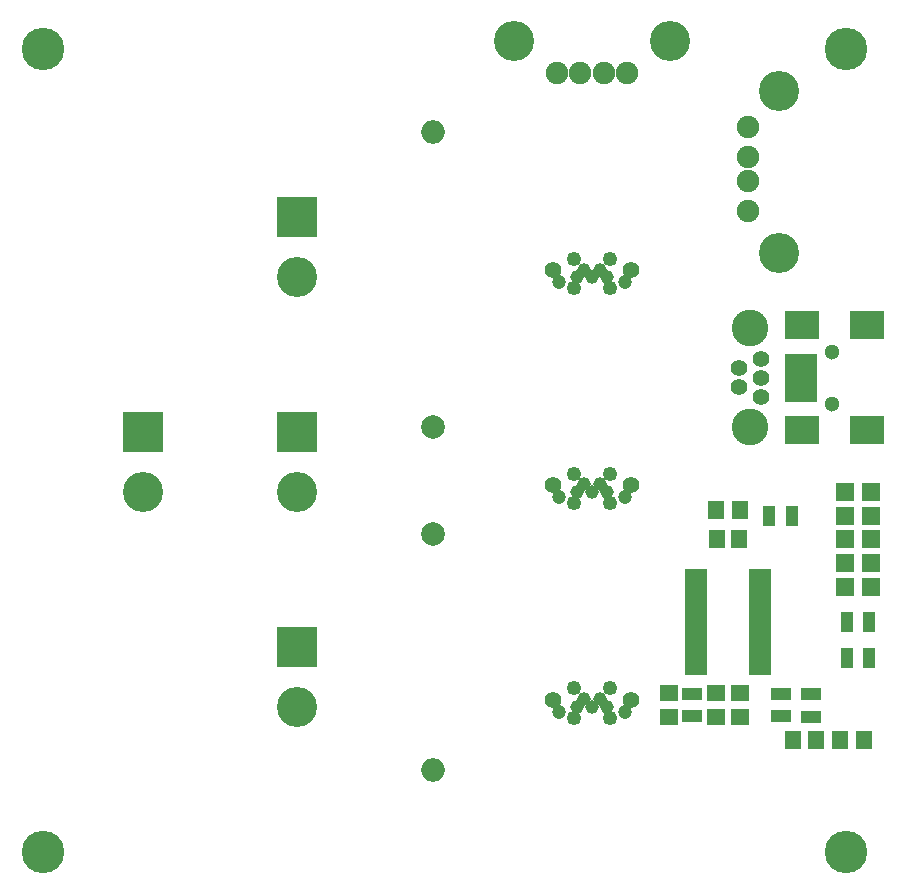
<source format=gbr>
G04 #@! TF.FileFunction,Soldermask,Top*
%FSLAX46Y46*%
G04 Gerber Fmt 4.6, Leading zero omitted, Abs format (unit mm)*
G04 Created by KiCad (PCBNEW 4.0.4-stable) date 05/10/17 14:11:39*
%MOMM*%
%LPD*%
G01*
G04 APERTURE LIST*
%ADD10C,0.100000*%
%ADD11R,1.600000X1.600000*%
%ADD12R,1.650000X1.400000*%
%ADD13R,1.400000X1.650000*%
%ADD14R,1.900000X0.750000*%
%ADD15R,3.400000X3.400000*%
%ADD16C,3.400000*%
%ADD17R,1.700000X1.100000*%
%ADD18R,1.100000X1.700000*%
%ADD19C,1.150000*%
%ADD20C,1.200000*%
%ADD21C,1.250000*%
%ADD22C,1.400000*%
%ADD23C,1.900000*%
%ADD24C,3.100000*%
%ADD25R,2.700000X0.900000*%
%ADD26R,2.900000X2.400000*%
%ADD27C,1.300000*%
%ADD28C,2.000000*%
%ADD29O,2.000000X2.000000*%
%ADD30R,1.450000X1.500000*%
%ADD31C,3.600000*%
G04 APERTURE END LIST*
D10*
D11*
X123600000Y-99000000D03*
X121400000Y-99000000D03*
D12*
X106500000Y-108000000D03*
X106500000Y-110000000D03*
D13*
X119000000Y-112000000D03*
X117000000Y-112000000D03*
X121000000Y-112000000D03*
X123000000Y-112000000D03*
X112500000Y-92500000D03*
X110500000Y-92500000D03*
D12*
X112500000Y-108000000D03*
X112500000Y-110000000D03*
X110500000Y-108000000D03*
X110500000Y-110000000D03*
D14*
X114200000Y-102320000D03*
X108800000Y-102320000D03*
X114200000Y-101700000D03*
X108800000Y-101680000D03*
X108800000Y-102960000D03*
X114200000Y-102960000D03*
X114200000Y-103600000D03*
X108800000Y-103600000D03*
X108800000Y-101040000D03*
X108800000Y-100400000D03*
X114200000Y-101040000D03*
X114200000Y-100400000D03*
X114200000Y-104240000D03*
X114200000Y-99760000D03*
X108800000Y-99760000D03*
X108800000Y-104240000D03*
X114200000Y-104880000D03*
X108800000Y-104880000D03*
X108800000Y-99120000D03*
X114200000Y-99120000D03*
X114200000Y-98480000D03*
X108800000Y-98480000D03*
X108800000Y-105520000D03*
X114200000Y-105520000D03*
X114200000Y-106160000D03*
X108800000Y-106160000D03*
X108800000Y-97840000D03*
X114200000Y-97840000D03*
D15*
X62000000Y-85920000D03*
D16*
X62000000Y-91000000D03*
D15*
X75000000Y-85920000D03*
D16*
X75000000Y-91000000D03*
D15*
X75000000Y-67720000D03*
D16*
X75000000Y-72800000D03*
D15*
X75000000Y-104120000D03*
D16*
X75000000Y-109200000D03*
D11*
X121400000Y-97000000D03*
X123600000Y-97000000D03*
X123600000Y-95000000D03*
X121400000Y-95000000D03*
X121400000Y-93000000D03*
X123600000Y-93000000D03*
X123600000Y-91000000D03*
X121400000Y-91000000D03*
D17*
X116000000Y-108050000D03*
X116000000Y-109950000D03*
X118500000Y-110000000D03*
X118500000Y-108100000D03*
D18*
X121550000Y-105000000D03*
X123450000Y-105000000D03*
X115000000Y-93000000D03*
X116900000Y-93000000D03*
X121550000Y-102000000D03*
X123450000Y-102000000D03*
D17*
X108500000Y-109950000D03*
X108500000Y-108050000D03*
D19*
X100000000Y-109200000D03*
X99350000Y-108550000D03*
X98700000Y-109200000D03*
X100650000Y-108550000D03*
X101300000Y-109200000D03*
D20*
X102800000Y-109620000D03*
X97200000Y-109620000D03*
D21*
X98500000Y-107620000D03*
X101500000Y-107620000D03*
X101500000Y-110120000D03*
X98500000Y-110120000D03*
D22*
X96675000Y-108580000D03*
X103325000Y-108580000D03*
D19*
X100000000Y-91000000D03*
X99350000Y-90350000D03*
X98700000Y-91000000D03*
X100650000Y-90350000D03*
X101300000Y-91000000D03*
D20*
X102800000Y-91420000D03*
X97200000Y-91420000D03*
D21*
X98500000Y-89420000D03*
X101500000Y-89420000D03*
X101500000Y-91920000D03*
X98500000Y-91920000D03*
D22*
X96675000Y-90380000D03*
X103325000Y-90380000D03*
D19*
X100000000Y-72800000D03*
X99350000Y-72150000D03*
X98700000Y-72800000D03*
X100650000Y-72150000D03*
X101300000Y-72800000D03*
D20*
X102800000Y-73220000D03*
X97200000Y-73220000D03*
D21*
X98500000Y-71220000D03*
X101500000Y-71220000D03*
X101500000Y-73720000D03*
X98500000Y-73720000D03*
D22*
X96675000Y-72180000D03*
X103325000Y-72180000D03*
D23*
X99000000Y-55500000D03*
X101000000Y-55500000D03*
X103000000Y-55500000D03*
X97000000Y-55500000D03*
D16*
X93430000Y-52790000D03*
X106570000Y-52790000D03*
D22*
X114300000Y-81300000D03*
X114300000Y-79700000D03*
X114300000Y-82900000D03*
X112400000Y-82100000D03*
X112400000Y-80500000D03*
D24*
X113400000Y-77100000D03*
X113400000Y-85500000D03*
D23*
X113200000Y-60060000D03*
X113200000Y-62600000D03*
X113200000Y-64630000D03*
X113200000Y-67170000D03*
D16*
X115870000Y-57010000D03*
X115870000Y-70730000D03*
D25*
X117700000Y-82900000D03*
X117700000Y-82100000D03*
X117700000Y-81300000D03*
X117700000Y-80500000D03*
X117700000Y-79700000D03*
D26*
X117800000Y-85750000D03*
X123300000Y-85750000D03*
X117800000Y-76850000D03*
X123300000Y-76850000D03*
D27*
X120300000Y-83500000D03*
X120300000Y-79100000D03*
D28*
X86500000Y-85500000D03*
D29*
X86500000Y-60500000D03*
D28*
X86500000Y-94500000D03*
D29*
X86500000Y-114500000D03*
D30*
X112425000Y-95000000D03*
X110575000Y-95000000D03*
D31*
X53500000Y-53500000D03*
X121500000Y-53500000D03*
X121500000Y-121500000D03*
X53500000Y-121500000D03*
M02*

</source>
